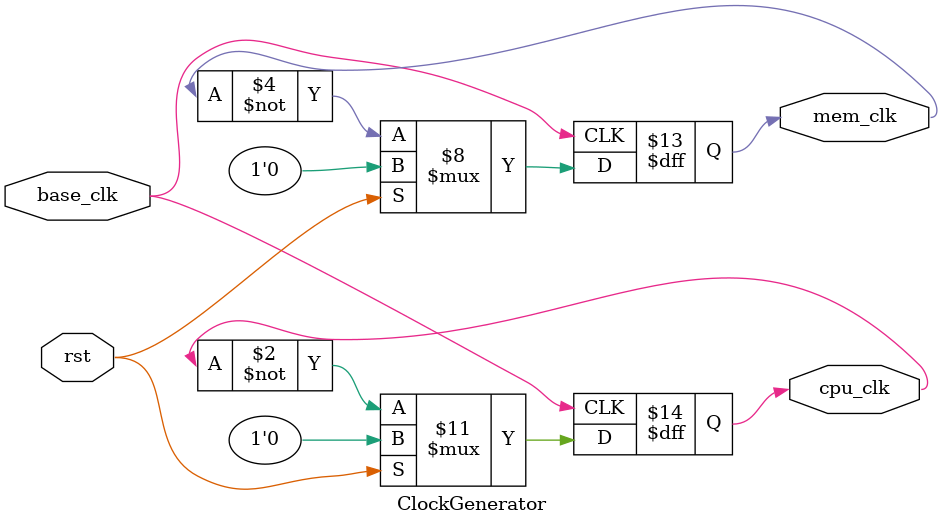
<source format=v>
module ClockGenerator(
	input base_clk,
	input rst,
	
	output reg cpu_clk = 0,
	output reg mem_clk = 0
);

always@ (negedge base_clk)
begin
	if (rst) cpu_clk <= 0;
	else cpu_clk <= ~cpu_clk;
end
always@ (posedge base_clk)
begin
	if (rst) mem_clk <= 0;
	else mem_clk <= ~mem_clk;
end

endmodule

</source>
